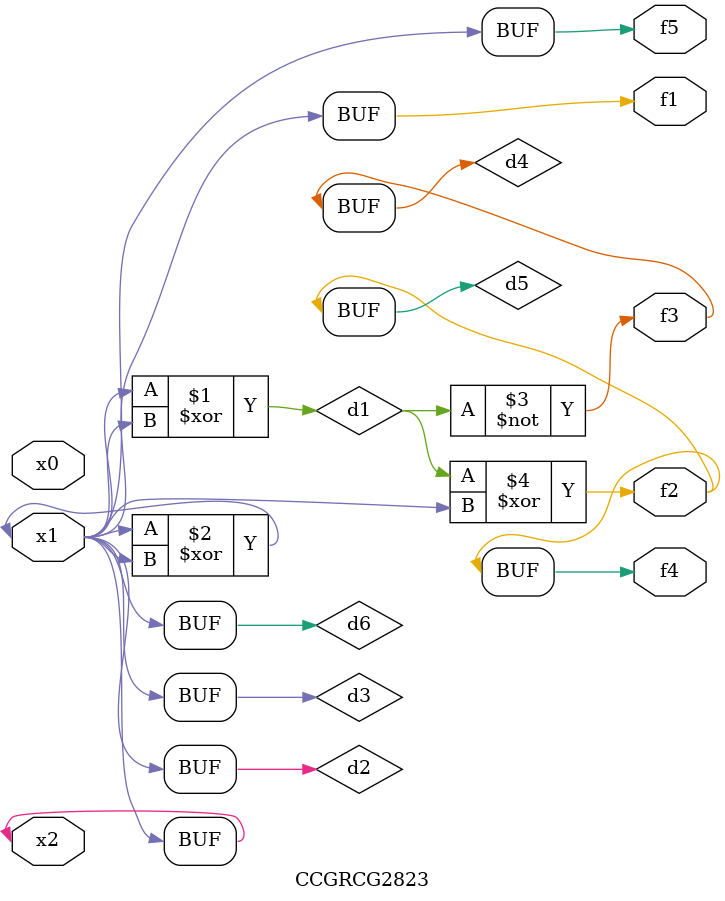
<source format=v>
module CCGRCG2823(
	input x0, x1, x2,
	output f1, f2, f3, f4, f5
);

	wire d1, d2, d3, d4, d5, d6;

	xor (d1, x1, x2);
	buf (d2, x1, x2);
	xor (d3, x1, x2);
	nor (d4, d1);
	xor (d5, d1, d2);
	buf (d6, d2, d3);
	assign f1 = d6;
	assign f2 = d5;
	assign f3 = d4;
	assign f4 = d5;
	assign f5 = d6;
endmodule

</source>
